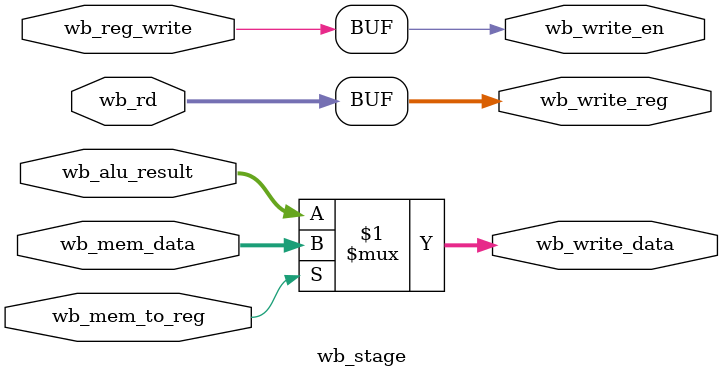
<source format=v>
`timescale 1ns / 1ps


module wb_stage (
    input wire [31:0] wb_alu_result,
    input wire [31:0] wb_mem_data,
    input wire [5:0] wb_rd,
    input wire wb_reg_write,
    input wire wb_mem_to_reg,
    
    output wire [5:0] wb_write_reg,
    output wire [31:0] wb_write_data,
    output wire wb_write_en
);

    // Select write data: memory data (LD) or ALU result (everything else)
    assign wb_write_data = (wb_mem_to_reg) ? wb_mem_data : wb_alu_result;
    
    // Pass through register index and write enable
    assign wb_write_reg = wb_rd;
    assign wb_write_en = wb_reg_write;

endmodule


</source>
